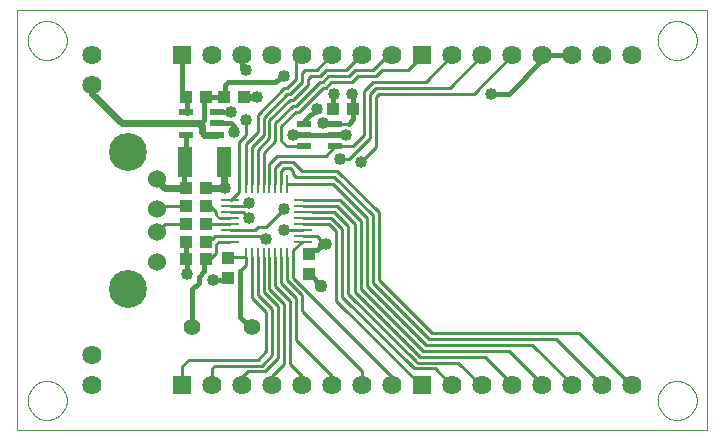
<source format=gtl>
G75*
G70*
%OFA0B0*%
%FSLAX24Y24*%
%IPPOS*%
%LPD*%
%AMOC8*
5,1,8,0,0,1.08239X$1,22.5*
%
%ADD10C,0.0000*%
%ADD11R,0.0630X0.0116*%
%ADD12R,0.0116X0.0630*%
%ADD13C,0.0600*%
%ADD14C,0.1266*%
%ADD15R,0.0433X0.0394*%
%ADD16C,0.0640*%
%ADD17R,0.0472X0.0217*%
%ADD18R,0.0472X0.0984*%
%ADD19R,0.0394X0.0433*%
%ADD20R,0.0640X0.0640*%
%ADD21C,0.0560*%
%ADD22C,0.0100*%
%ADD23C,0.0080*%
%ADD24C,0.0240*%
%ADD25C,0.0400*%
%ADD26C,0.0160*%
%ADD27C,0.0436*%
D10*
X003457Y001018D02*
X003457Y015018D01*
X026457Y015018D01*
X026457Y001018D01*
X003457Y001018D01*
X003807Y002018D02*
X003810Y002077D01*
X003818Y002136D01*
X003831Y002193D01*
X003850Y002250D01*
X003873Y002304D01*
X003902Y002356D01*
X003935Y002405D01*
X003972Y002451D01*
X004013Y002493D01*
X004058Y002531D01*
X004107Y002566D01*
X004158Y002595D01*
X004212Y002620D01*
X004267Y002640D01*
X004325Y002654D01*
X004383Y002664D01*
X004442Y002668D01*
X004501Y002666D01*
X004560Y002660D01*
X004618Y002648D01*
X004675Y002630D01*
X004729Y002608D01*
X004782Y002581D01*
X004832Y002549D01*
X004879Y002513D01*
X004922Y002472D01*
X004961Y002428D01*
X004996Y002381D01*
X005027Y002330D01*
X005053Y002277D01*
X005074Y002222D01*
X005090Y002165D01*
X005101Y002107D01*
X005106Y002048D01*
X005106Y001988D01*
X005101Y001929D01*
X005090Y001871D01*
X005074Y001814D01*
X005053Y001759D01*
X005027Y001706D01*
X004996Y001655D01*
X004961Y001608D01*
X004922Y001564D01*
X004879Y001523D01*
X004832Y001487D01*
X004782Y001455D01*
X004729Y001428D01*
X004675Y001406D01*
X004618Y001388D01*
X004560Y001376D01*
X004501Y001370D01*
X004442Y001368D01*
X004383Y001372D01*
X004325Y001382D01*
X004267Y001396D01*
X004212Y001416D01*
X004158Y001441D01*
X004107Y001470D01*
X004058Y001505D01*
X004013Y001543D01*
X003972Y001585D01*
X003935Y001631D01*
X003902Y001680D01*
X003873Y001732D01*
X003850Y001786D01*
X003831Y001843D01*
X003818Y001900D01*
X003810Y001959D01*
X003807Y002018D01*
X003807Y014018D02*
X003810Y014077D01*
X003818Y014136D01*
X003831Y014193D01*
X003850Y014250D01*
X003873Y014304D01*
X003902Y014356D01*
X003935Y014405D01*
X003972Y014451D01*
X004013Y014493D01*
X004058Y014531D01*
X004107Y014566D01*
X004158Y014595D01*
X004212Y014620D01*
X004267Y014640D01*
X004325Y014654D01*
X004383Y014664D01*
X004442Y014668D01*
X004501Y014666D01*
X004560Y014660D01*
X004618Y014648D01*
X004675Y014630D01*
X004729Y014608D01*
X004782Y014581D01*
X004832Y014549D01*
X004879Y014513D01*
X004922Y014472D01*
X004961Y014428D01*
X004996Y014381D01*
X005027Y014330D01*
X005053Y014277D01*
X005074Y014222D01*
X005090Y014165D01*
X005101Y014107D01*
X005106Y014048D01*
X005106Y013988D01*
X005101Y013929D01*
X005090Y013871D01*
X005074Y013814D01*
X005053Y013759D01*
X005027Y013706D01*
X004996Y013655D01*
X004961Y013608D01*
X004922Y013564D01*
X004879Y013523D01*
X004832Y013487D01*
X004782Y013455D01*
X004729Y013428D01*
X004675Y013406D01*
X004618Y013388D01*
X004560Y013376D01*
X004501Y013370D01*
X004442Y013368D01*
X004383Y013372D01*
X004325Y013382D01*
X004267Y013396D01*
X004212Y013416D01*
X004158Y013441D01*
X004107Y013470D01*
X004058Y013505D01*
X004013Y013543D01*
X003972Y013585D01*
X003935Y013631D01*
X003902Y013680D01*
X003873Y013732D01*
X003850Y013786D01*
X003831Y013843D01*
X003818Y013900D01*
X003810Y013959D01*
X003807Y014018D01*
X024807Y014018D02*
X024810Y014077D01*
X024818Y014136D01*
X024831Y014193D01*
X024850Y014250D01*
X024873Y014304D01*
X024902Y014356D01*
X024935Y014405D01*
X024972Y014451D01*
X025013Y014493D01*
X025058Y014531D01*
X025107Y014566D01*
X025158Y014595D01*
X025212Y014620D01*
X025267Y014640D01*
X025325Y014654D01*
X025383Y014664D01*
X025442Y014668D01*
X025501Y014666D01*
X025560Y014660D01*
X025618Y014648D01*
X025675Y014630D01*
X025729Y014608D01*
X025782Y014581D01*
X025832Y014549D01*
X025879Y014513D01*
X025922Y014472D01*
X025961Y014428D01*
X025996Y014381D01*
X026027Y014330D01*
X026053Y014277D01*
X026074Y014222D01*
X026090Y014165D01*
X026101Y014107D01*
X026106Y014048D01*
X026106Y013988D01*
X026101Y013929D01*
X026090Y013871D01*
X026074Y013814D01*
X026053Y013759D01*
X026027Y013706D01*
X025996Y013655D01*
X025961Y013608D01*
X025922Y013564D01*
X025879Y013523D01*
X025832Y013487D01*
X025782Y013455D01*
X025729Y013428D01*
X025675Y013406D01*
X025618Y013388D01*
X025560Y013376D01*
X025501Y013370D01*
X025442Y013368D01*
X025383Y013372D01*
X025325Y013382D01*
X025267Y013396D01*
X025212Y013416D01*
X025158Y013441D01*
X025107Y013470D01*
X025058Y013505D01*
X025013Y013543D01*
X024972Y013585D01*
X024935Y013631D01*
X024902Y013680D01*
X024873Y013732D01*
X024850Y013786D01*
X024831Y013843D01*
X024818Y013900D01*
X024810Y013959D01*
X024807Y014018D01*
X024807Y002018D02*
X024810Y002077D01*
X024818Y002136D01*
X024831Y002193D01*
X024850Y002250D01*
X024873Y002304D01*
X024902Y002356D01*
X024935Y002405D01*
X024972Y002451D01*
X025013Y002493D01*
X025058Y002531D01*
X025107Y002566D01*
X025158Y002595D01*
X025212Y002620D01*
X025267Y002640D01*
X025325Y002654D01*
X025383Y002664D01*
X025442Y002668D01*
X025501Y002666D01*
X025560Y002660D01*
X025618Y002648D01*
X025675Y002630D01*
X025729Y002608D01*
X025782Y002581D01*
X025832Y002549D01*
X025879Y002513D01*
X025922Y002472D01*
X025961Y002428D01*
X025996Y002381D01*
X026027Y002330D01*
X026053Y002277D01*
X026074Y002222D01*
X026090Y002165D01*
X026101Y002107D01*
X026106Y002048D01*
X026106Y001988D01*
X026101Y001929D01*
X026090Y001871D01*
X026074Y001814D01*
X026053Y001759D01*
X026027Y001706D01*
X025996Y001655D01*
X025961Y001608D01*
X025922Y001564D01*
X025879Y001523D01*
X025832Y001487D01*
X025782Y001455D01*
X025729Y001428D01*
X025675Y001406D01*
X025618Y001388D01*
X025560Y001376D01*
X025501Y001370D01*
X025442Y001368D01*
X025383Y001372D01*
X025325Y001382D01*
X025267Y001396D01*
X025212Y001416D01*
X025158Y001441D01*
X025107Y001470D01*
X025058Y001505D01*
X025013Y001543D01*
X024972Y001585D01*
X024935Y001631D01*
X024902Y001680D01*
X024873Y001732D01*
X024850Y001786D01*
X024831Y001843D01*
X024818Y001900D01*
X024810Y001959D01*
X024807Y002018D01*
D11*
X012985Y007317D03*
X012985Y007514D03*
X012985Y007711D03*
X012985Y007908D03*
X012985Y008105D03*
X012985Y008301D03*
X012985Y008498D03*
X012985Y008695D03*
X010544Y008695D03*
X010544Y008498D03*
X010544Y008301D03*
X010544Y008105D03*
X010544Y007908D03*
X010544Y007711D03*
X010544Y007514D03*
X010544Y007317D03*
D12*
X011075Y006786D03*
X011272Y006786D03*
X011469Y006786D03*
X011666Y006786D03*
X011863Y006786D03*
X012059Y006786D03*
X012256Y006786D03*
X012453Y006786D03*
X012453Y009227D03*
X012256Y009227D03*
X012059Y009227D03*
X011863Y009227D03*
X011666Y009227D03*
X011469Y009227D03*
X011272Y009227D03*
X011075Y009227D03*
D13*
X008107Y009396D03*
X008107Y008412D03*
X008107Y007624D03*
X008107Y006640D03*
D14*
X007162Y005734D03*
X007162Y010301D03*
D15*
X009067Y009089D03*
X009067Y008498D03*
X009737Y008498D03*
X009737Y009089D03*
X009737Y007908D03*
X009067Y007908D03*
X009067Y007317D03*
X009737Y007317D03*
X009737Y006727D03*
X009067Y006727D03*
X013989Y011746D03*
X014658Y011746D03*
X011016Y012140D03*
X010347Y012140D03*
X009737Y012140D03*
X009067Y012140D03*
D16*
X009957Y013518D03*
X010957Y013518D03*
X011957Y013518D03*
X012957Y013518D03*
X013957Y013518D03*
X014957Y013518D03*
X015957Y013518D03*
X017957Y013518D03*
X018957Y013518D03*
X019957Y013518D03*
X020957Y013518D03*
X021957Y013518D03*
X022957Y013518D03*
X023957Y013518D03*
X005957Y013518D03*
X005957Y012518D03*
X005957Y003518D03*
X005957Y002518D03*
X009957Y002518D03*
X010957Y002518D03*
X011957Y002518D03*
X012957Y002518D03*
X013957Y002518D03*
X014957Y002518D03*
X015957Y002518D03*
X017957Y002518D03*
X018957Y002518D03*
X019957Y002518D03*
X020957Y002518D03*
X021957Y002518D03*
X022957Y002518D03*
X023957Y002518D03*
D17*
X014048Y010486D03*
X014048Y010860D03*
X014048Y011234D03*
X013024Y011234D03*
X013024Y010860D03*
X013024Y010486D03*
X010111Y010880D03*
X010111Y011254D03*
X010111Y011628D03*
X009087Y011628D03*
X009087Y010880D03*
D18*
X009048Y009975D03*
X010347Y009975D03*
D19*
X013181Y006904D03*
X013181Y006234D03*
X010485Y006097D03*
X010485Y006766D03*
D20*
X008957Y002518D03*
X016957Y002518D03*
X016957Y013518D03*
X008957Y013518D03*
D21*
X009288Y004463D03*
X011288Y004463D03*
D22*
X011764Y004955D02*
X011272Y005447D01*
X011272Y006786D01*
X011469Y006786D02*
X011469Y005546D01*
X011961Y005053D01*
X011961Y003518D01*
X011626Y003183D01*
X010091Y003183D01*
X010051Y003183D01*
X009957Y003089D01*
X009957Y002518D01*
X008957Y002518D02*
X008957Y003171D01*
X009166Y003380D01*
X009205Y003380D01*
X011469Y003380D01*
X011764Y003675D01*
X011764Y004955D01*
X012158Y005152D02*
X012158Y003420D01*
X011725Y002986D01*
X011134Y002986D01*
X010957Y002809D01*
X010957Y002518D01*
X011957Y002518D02*
X011957Y002825D01*
X012355Y003223D01*
X012355Y003282D01*
X012355Y005250D01*
X011863Y005742D01*
X011863Y006786D01*
X012059Y006786D02*
X012059Y005841D01*
X012551Y005349D01*
X012551Y003282D01*
X012551Y003242D01*
X012957Y002837D01*
X012957Y002518D01*
X013957Y002518D02*
X013957Y002821D01*
X012748Y004030D01*
X012748Y004069D01*
X012748Y005447D01*
X012256Y005939D01*
X012256Y006786D01*
X012453Y006786D02*
X012453Y006038D01*
X012945Y005546D01*
X012945Y005053D01*
X012945Y005014D01*
X014957Y003002D01*
X014957Y002518D01*
X015957Y002518D02*
X015957Y002790D01*
X012650Y006097D01*
X012650Y006136D01*
X012650Y007022D01*
X012945Y007317D01*
X012985Y007317D01*
X012985Y007514D02*
X013437Y007514D01*
X013536Y007416D01*
X013536Y007219D01*
X013733Y007219D01*
X013240Y007022D02*
X013181Y006963D01*
X013181Y006943D01*
X013201Y006923D01*
X013181Y006904D01*
X014097Y007658D02*
X014097Y005339D01*
X016941Y002494D01*
X016957Y002510D01*
X016957Y002518D01*
X016685Y003085D02*
X014297Y005473D01*
X014297Y007738D01*
X013930Y008105D01*
X012985Y008105D01*
X012985Y007908D02*
X013847Y007908D01*
X014097Y007658D01*
X014497Y007818D02*
X014137Y008178D01*
X014017Y008298D01*
X013297Y008298D01*
X012985Y008498D02*
X014126Y008498D01*
X014717Y007908D01*
X014717Y005644D01*
X016882Y003479D01*
X019048Y003479D01*
X019957Y002569D01*
X019957Y002530D01*
X019969Y002518D01*
X019992Y002494D01*
X019969Y002518D02*
X019957Y002518D01*
X018957Y002518D02*
X018933Y002518D01*
X018918Y002502D01*
X018910Y002494D01*
X018918Y002502D02*
X018957Y002502D01*
X018949Y002494D01*
X018162Y003282D01*
X016784Y003282D01*
X016737Y003338D02*
X014497Y005578D01*
X014497Y007818D01*
X014914Y008006D02*
X014914Y005742D01*
X016981Y003675D01*
X019835Y003675D01*
X020957Y002553D01*
X020957Y002518D01*
X020957Y002514D01*
X020977Y002494D01*
X021957Y002498D02*
X021957Y002518D01*
X021977Y002518D02*
X021977Y002510D01*
X021961Y002494D01*
X021957Y002498D01*
X021977Y002518D02*
X022000Y002494D01*
X021977Y002518D02*
X020622Y003872D01*
X017079Y003872D01*
X015111Y005841D01*
X015111Y008105D01*
X013989Y009227D01*
X012453Y009227D01*
X012256Y009227D02*
X012256Y009679D01*
X012355Y009778D01*
X012551Y009778D01*
X012650Y009679D01*
X012650Y009581D01*
X012748Y009483D01*
X014028Y009483D01*
X015307Y008203D01*
X015307Y005939D01*
X017177Y004069D01*
X021410Y004069D01*
X022961Y002518D01*
X022961Y002510D01*
X022957Y002506D01*
X022957Y002518D01*
X022961Y002518D02*
X022985Y002494D01*
X022957Y002506D02*
X022945Y002494D01*
X023929Y002494D02*
X023941Y002506D01*
X023957Y002506D01*
X023969Y002494D01*
X023957Y002506D02*
X022197Y004266D01*
X017276Y004266D01*
X015504Y006038D01*
X015504Y008301D01*
X014126Y009679D01*
X012945Y009679D01*
X012650Y009975D01*
X012256Y009975D01*
X012059Y009778D01*
X012059Y009227D01*
X011863Y009227D02*
X011863Y009916D01*
X012118Y010171D01*
X013733Y010171D01*
X014048Y010486D01*
X014638Y010486D01*
X015012Y010860D01*
X015012Y012337D01*
X015307Y012632D01*
X017079Y012632D01*
X017965Y013518D01*
X016981Y013518D02*
X016489Y013026D01*
X015603Y013026D01*
X015406Y012829D01*
X014815Y012829D01*
X014618Y012632D01*
X013929Y012632D01*
X013733Y012435D01*
X013634Y012435D01*
X012847Y011648D01*
X012748Y011648D01*
X012256Y011156D01*
X012256Y010664D01*
X012433Y010486D01*
X013024Y010486D01*
X012059Y010664D02*
X012059Y011254D01*
X012650Y011845D01*
X012748Y011845D01*
X013536Y012632D01*
X013634Y012632D01*
X013831Y012829D01*
X014520Y012829D01*
X014717Y013026D01*
X015307Y013026D01*
X015800Y013518D01*
X015957Y013518D01*
X014957Y013518D02*
X014914Y013518D01*
X014422Y013026D01*
X013733Y013026D01*
X013536Y012829D01*
X013240Y012829D01*
X013142Y012731D01*
X013142Y012534D01*
X012650Y012042D01*
X012551Y012042D01*
X011863Y011353D01*
X011863Y010762D01*
X011469Y010368D01*
X011469Y009227D01*
X011666Y009227D02*
X011666Y010270D01*
X012059Y010664D01*
X011666Y010860D02*
X011666Y011451D01*
X012453Y012238D01*
X012551Y012238D01*
X012945Y012632D01*
X012945Y012927D01*
X013044Y013026D01*
X013437Y013026D01*
X013929Y013518D01*
X013957Y013518D01*
X012957Y013518D02*
X012945Y013518D01*
X012748Y013321D01*
X012748Y012731D01*
X012453Y012435D01*
X012355Y012435D01*
X011469Y011549D01*
X011469Y010959D01*
X011075Y010565D01*
X011075Y009227D01*
X011272Y009227D02*
X011272Y010467D01*
X011666Y010860D01*
X011075Y010860D02*
X010857Y010642D01*
X010857Y008969D01*
X010583Y008695D01*
X010544Y008695D01*
X010544Y008498D02*
X011075Y008498D01*
X011174Y008597D01*
X010977Y008301D02*
X010544Y008301D01*
X010544Y008105D02*
X010189Y008105D01*
X010091Y008203D02*
X010091Y008301D01*
X009894Y008498D01*
X010386Y009089D02*
X010347Y009128D01*
X010977Y008301D02*
X011174Y008105D01*
X011469Y007809D02*
X011764Y007809D01*
X012355Y008400D01*
X012985Y008695D02*
X014225Y008695D01*
X014914Y008006D01*
X012985Y007711D02*
X012355Y007711D01*
X011764Y007416D02*
X011626Y007416D01*
X011626Y007514D01*
X010544Y007514D01*
X010051Y007514D01*
X009953Y007416D01*
X009855Y007416D01*
X009756Y007317D01*
X009737Y007317D01*
X010091Y007219D02*
X010091Y006923D01*
X009894Y006727D01*
X010485Y006727D02*
X010544Y006786D01*
X011075Y006786D01*
X011075Y006530D01*
X010878Y006333D01*
X010485Y006097D02*
X010485Y006038D01*
X010485Y006727D02*
X010485Y006766D01*
X010544Y007317D02*
X010189Y007317D01*
X010091Y007219D01*
X010544Y007711D02*
X011370Y007711D01*
X011469Y007809D01*
X011666Y007514D02*
X011764Y007416D01*
X011666Y006786D02*
X011666Y005644D01*
X012158Y005152D01*
X013181Y006234D02*
X013201Y006234D01*
X010544Y007908D02*
X009737Y007908D01*
X009697Y007908D01*
X009067Y007908D02*
X008390Y007908D01*
X008107Y007624D01*
X008107Y008412D02*
X008193Y008498D01*
X009067Y008498D01*
X008614Y009089D02*
X008607Y009089D01*
X009008Y009975D02*
X009087Y010053D01*
X009677Y010880D02*
X009599Y010959D01*
X011075Y010860D02*
X011075Y011353D01*
X011016Y012140D02*
X011024Y012148D01*
X009737Y012140D02*
X009697Y012101D01*
X014048Y011234D02*
X014067Y011234D01*
X014087Y011254D01*
X014107Y011234D01*
X014500Y011234D01*
X014126Y010860D02*
X014048Y010860D01*
X014028Y010860D01*
X014048Y010486D02*
X014048Y010486D01*
X014225Y010073D02*
X014520Y010073D01*
X015209Y010762D01*
X015209Y012238D01*
X015406Y012435D01*
X017874Y012435D01*
X018957Y013518D01*
X019957Y013518D02*
X018677Y012238D01*
X015504Y012238D01*
X015406Y012140D01*
X015406Y010467D01*
X014914Y009975D01*
X016957Y013518D02*
X016981Y013518D01*
X009288Y004486D02*
X009264Y004463D01*
X009288Y004463D01*
X016685Y003085D02*
X017374Y003085D01*
X017945Y002514D01*
X017949Y002518D01*
X017957Y002518D01*
X017945Y002514D02*
X017926Y002494D01*
X017945Y002514D02*
X017965Y002494D01*
X023941Y002506D02*
X023953Y002518D01*
X023957Y002518D01*
D23*
X016784Y003282D02*
X016737Y003298D01*
X016737Y003338D01*
X009894Y006727D02*
X009737Y006727D01*
X010189Y008105D02*
X010091Y008203D01*
X009894Y008498D02*
X009737Y008498D01*
X012985Y008301D02*
X013297Y008298D01*
X014057Y008258D02*
X014137Y008178D01*
X017957Y013518D02*
X017977Y013538D01*
X017965Y013518D01*
D24*
X011453Y012148D02*
X011024Y012148D01*
X009599Y011156D02*
X009550Y011205D01*
X009500Y011254D01*
X006933Y011254D01*
X005957Y012231D01*
X005957Y012518D01*
X009067Y012140D02*
X009107Y012101D01*
X009107Y011648D02*
X009107Y011648D01*
X009599Y011156D02*
X009599Y010959D01*
X009677Y010880D02*
X010111Y010880D01*
X010347Y009975D02*
X010347Y009128D01*
X010386Y009089D02*
X009737Y009089D01*
X009067Y009089D02*
X009008Y009089D01*
X008614Y009089D01*
X008378Y009089D01*
X008083Y009384D01*
X008095Y009396D01*
X008107Y009396D01*
X009067Y006766D02*
X009107Y006727D01*
X009067Y006727D01*
D25*
X009107Y006234D03*
X009992Y006038D03*
X011764Y007416D03*
X012355Y007711D03*
X012355Y008400D03*
X011174Y008597D03*
X011174Y008105D03*
X010386Y009089D03*
X012650Y010860D03*
X013634Y011254D03*
X013437Y011746D03*
X014028Y012238D03*
X014618Y012238D03*
X012355Y012829D03*
X011453Y012148D03*
X010583Y011648D03*
X011075Y011353D03*
X010681Y010959D03*
X011075Y013026D03*
X014422Y010860D03*
X014225Y010073D03*
X014914Y009975D03*
X013733Y007219D03*
X019244Y012238D03*
D26*
X019835Y012238D01*
X020957Y013360D01*
X020957Y013518D01*
X021957Y013518D01*
X020957Y013518D02*
X020918Y013518D01*
X014658Y012199D02*
X014658Y011746D01*
X014658Y011392D01*
X014500Y011234D01*
X014048Y011234D02*
X014028Y011254D01*
X013634Y011254D01*
X013437Y011746D02*
X013044Y011353D01*
X013044Y011254D01*
X013044Y011254D01*
X013024Y011234D01*
X013024Y011234D01*
X013024Y010860D02*
X012650Y010860D01*
X013024Y010860D02*
X014028Y010860D01*
X014422Y010860D01*
X013989Y011746D02*
X013989Y012199D01*
X014028Y012238D01*
X014618Y012238D02*
X014658Y012199D01*
X012355Y012829D02*
X012059Y012632D01*
X010485Y012632D01*
X010386Y012534D01*
X010386Y012140D01*
X010347Y012140D01*
X009737Y012140D01*
X009697Y012140D01*
X009697Y012101D02*
X009697Y011353D01*
X009550Y011205D01*
X010111Y011254D02*
X010583Y011254D01*
X010681Y011156D01*
X010681Y010959D01*
X010583Y011648D02*
X010288Y011648D01*
X010268Y011628D01*
X010111Y011628D01*
X009107Y011648D02*
X009107Y012101D01*
X009107Y012140D02*
X008957Y012290D01*
X008957Y013518D01*
X010957Y013518D02*
X010957Y013144D01*
X011075Y013026D01*
X009107Y012140D02*
X009067Y012140D01*
X009107Y011648D02*
X009087Y011628D01*
X009087Y010880D02*
X009067Y010861D01*
X009067Y009975D01*
X009048Y009975D01*
X009008Y009975D01*
X009008Y009089D01*
X009067Y007317D02*
X009067Y006727D01*
X009107Y006727D02*
X009107Y006234D01*
X009500Y006136D02*
X009500Y005939D01*
X009288Y005727D01*
X009288Y004486D01*
X010878Y004817D02*
X011233Y004463D01*
X011288Y004463D01*
X010878Y004817D02*
X010878Y005053D01*
X010878Y006333D01*
X010485Y006038D02*
X009992Y006038D01*
X009697Y006333D02*
X009697Y006727D01*
X009737Y006727D01*
X009697Y006333D02*
X009500Y006136D01*
X013201Y006234D02*
X013595Y005841D01*
X013437Y007022D02*
X013240Y007022D01*
X013437Y007022D02*
X013536Y007120D01*
X013536Y007219D01*
D27*
X013595Y005841D03*
M02*

</source>
